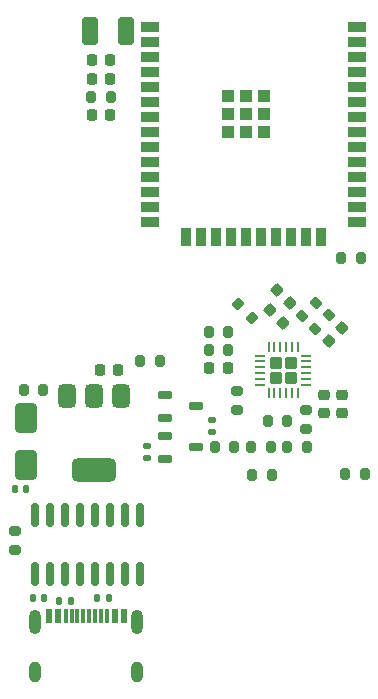
<source format=gbr>
%TF.GenerationSoftware,KiCad,Pcbnew,8.0.3*%
%TF.CreationDate,2024-11-02T12:13:14+01:00*%
%TF.ProjectId,ESP-Now-Gateway,4553502d-4e6f-4772-9d47-617465776179,rev?*%
%TF.SameCoordinates,Original*%
%TF.FileFunction,Paste,Top*%
%TF.FilePolarity,Positive*%
%FSLAX46Y46*%
G04 Gerber Fmt 4.6, Leading zero omitted, Abs format (unit mm)*
G04 Created by KiCad (PCBNEW 8.0.3) date 2024-11-02 12:13:14*
%MOMM*%
%LPD*%
G01*
G04 APERTURE LIST*
G04 Aperture macros list*
%AMRoundRect*
0 Rectangle with rounded corners*
0 $1 Rounding radius*
0 $2 $3 $4 $5 $6 $7 $8 $9 X,Y pos of 4 corners*
0 Add a 4 corners polygon primitive as box body*
4,1,4,$2,$3,$4,$5,$6,$7,$8,$9,$2,$3,0*
0 Add four circle primitives for the rounded corners*
1,1,$1+$1,$2,$3*
1,1,$1+$1,$4,$5*
1,1,$1+$1,$6,$7*
1,1,$1+$1,$8,$9*
0 Add four rect primitives between the rounded corners*
20,1,$1+$1,$2,$3,$4,$5,0*
20,1,$1+$1,$4,$5,$6,$7,0*
20,1,$1+$1,$6,$7,$8,$9,0*
20,1,$1+$1,$8,$9,$2,$3,0*%
G04 Aperture macros list end*
%ADD10RoundRect,0.200000X0.275000X-0.200000X0.275000X0.200000X-0.275000X0.200000X-0.275000X-0.200000X0*%
%ADD11RoundRect,0.200000X0.200000X0.275000X-0.200000X0.275000X-0.200000X-0.275000X0.200000X-0.275000X0*%
%ADD12O,1.000000X2.100000*%
%ADD13O,1.000000X1.800000*%
%ADD14R,0.600000X1.150000*%
%ADD15R,0.300000X1.150000*%
%ADD16R,1.500000X0.900000*%
%ADD17R,0.900000X1.500000*%
%ADD18R,1.050000X1.050000*%
%ADD19RoundRect,0.250000X0.275000X0.275000X-0.275000X0.275000X-0.275000X-0.275000X0.275000X-0.275000X0*%
%ADD20RoundRect,0.062500X0.350000X0.062500X-0.350000X0.062500X-0.350000X-0.062500X0.350000X-0.062500X0*%
%ADD21RoundRect,0.062500X0.062500X0.350000X-0.062500X0.350000X-0.062500X-0.350000X0.062500X-0.350000X0*%
%ADD22RoundRect,0.200000X-0.200000X-0.275000X0.200000X-0.275000X0.200000X0.275000X-0.200000X0.275000X0*%
%ADD23RoundRect,0.200000X-0.275000X0.200000X-0.275000X-0.200000X0.275000X-0.200000X0.275000X0.200000X0*%
%ADD24RoundRect,0.200000X-0.053033X0.335876X-0.335876X0.053033X0.053033X-0.335876X0.335876X-0.053033X0*%
%ADD25RoundRect,0.250000X0.412500X0.925000X-0.412500X0.925000X-0.412500X-0.925000X0.412500X-0.925000X0*%
%ADD26RoundRect,0.140000X-0.140000X-0.170000X0.140000X-0.170000X0.140000X0.170000X-0.140000X0.170000X0*%
%ADD27RoundRect,0.225000X-0.225000X-0.250000X0.225000X-0.250000X0.225000X0.250000X-0.225000X0.250000X0*%
%ADD28RoundRect,0.225000X-0.250000X0.225000X-0.250000X-0.225000X0.250000X-0.225000X0.250000X0.225000X0*%
%ADD29RoundRect,0.225000X-0.335876X-0.017678X-0.017678X-0.335876X0.335876X0.017678X0.017678X0.335876X0*%
%ADD30RoundRect,0.135000X0.185000X-0.135000X0.185000X0.135000X-0.185000X0.135000X-0.185000X-0.135000X0*%
%ADD31RoundRect,0.162500X-0.447500X-0.162500X0.447500X-0.162500X0.447500X0.162500X-0.447500X0.162500X0*%
%ADD32RoundRect,0.135000X-0.135000X-0.185000X0.135000X-0.185000X0.135000X0.185000X-0.135000X0.185000X0*%
%ADD33RoundRect,0.140000X0.140000X0.170000X-0.140000X0.170000X-0.140000X-0.170000X0.140000X-0.170000X0*%
%ADD34RoundRect,0.135000X0.135000X0.185000X-0.135000X0.185000X-0.135000X-0.185000X0.135000X-0.185000X0*%
%ADD35RoundRect,0.225000X0.225000X0.250000X-0.225000X0.250000X-0.225000X-0.250000X0.225000X-0.250000X0*%
%ADD36RoundRect,0.150000X0.150000X-0.825000X0.150000X0.825000X-0.150000X0.825000X-0.150000X-0.825000X0*%
%ADD37RoundRect,0.250000X-0.650000X1.000000X-0.650000X-1.000000X0.650000X-1.000000X0.650000X1.000000X0*%
%ADD38RoundRect,0.200000X-0.335876X-0.053033X-0.053033X-0.335876X0.335876X0.053033X0.053033X0.335876X0*%
%ADD39RoundRect,0.225000X0.017678X-0.335876X0.335876X-0.017678X-0.017678X0.335876X-0.335876X0.017678X0*%
%ADD40RoundRect,0.375000X-0.375000X0.625000X-0.375000X-0.625000X0.375000X-0.625000X0.375000X0.625000X0*%
%ADD41RoundRect,0.500000X-1.400000X0.500000X-1.400000X-0.500000X1.400000X-0.500000X1.400000X0.500000X0*%
G04 APERTURE END LIST*
D10*
%TO.C,R20*%
X103250000Y-110475000D03*
X103250000Y-108825000D03*
%TD*%
D11*
%TO.C,R19*%
X115525000Y-94450000D03*
X113875000Y-94450000D03*
%TD*%
D12*
%TO.C,USBC1*%
X105000000Y-116592500D03*
D13*
X105000000Y-120772500D03*
X113640000Y-120772500D03*
D12*
X113640000Y-116592500D03*
D14*
X106120000Y-116032500D03*
X106920000Y-116032500D03*
D15*
X108070000Y-116032500D03*
X109070000Y-116032500D03*
X109570000Y-116032500D03*
X110570000Y-116032500D03*
D14*
X112520000Y-116032500D03*
X111720000Y-116032500D03*
D15*
X111070000Y-116032500D03*
X110070000Y-116032500D03*
X108570000Y-116032500D03*
X107570000Y-116032500D03*
%TD*%
D16*
%TO.C,U2*%
X114750000Y-66195000D03*
X114750000Y-67465000D03*
X114750000Y-68735000D03*
X114750000Y-70005000D03*
X114750000Y-71275000D03*
X114750000Y-72545000D03*
X114750000Y-73815000D03*
X114750000Y-75085000D03*
X114750000Y-76355000D03*
X114750000Y-77625000D03*
X114750000Y-78895000D03*
X114750000Y-80165000D03*
X114750000Y-81435000D03*
X114750000Y-82705000D03*
D17*
X117790000Y-83955000D03*
X119060000Y-83955000D03*
X120330000Y-83955000D03*
X121600000Y-83955000D03*
X122870000Y-83955000D03*
X124140000Y-83955000D03*
X125410000Y-83955000D03*
X126680000Y-83955000D03*
X127950000Y-83955000D03*
X129220000Y-83955000D03*
D16*
X132250000Y-82705000D03*
X132250000Y-81435000D03*
X132250000Y-80165000D03*
X132250000Y-78895000D03*
X132250000Y-77625000D03*
X132250000Y-76355000D03*
X132250000Y-75085000D03*
X132250000Y-73815000D03*
X132250000Y-72545000D03*
X132250000Y-71275000D03*
X132250000Y-70005000D03*
X132250000Y-68735000D03*
X132250000Y-67465000D03*
X132250000Y-66195000D03*
D18*
X121295000Y-72010000D03*
X121295000Y-73535000D03*
X121295000Y-75060000D03*
X122820000Y-72010000D03*
X122820000Y-73535000D03*
X122820000Y-75060000D03*
X124345000Y-72010000D03*
X124345000Y-73535000D03*
X124345000Y-75060000D03*
%TD*%
D19*
%TO.C,U3*%
X126650000Y-95900000D03*
X126650000Y-94600000D03*
X125350000Y-95900000D03*
X125350000Y-94600000D03*
D20*
X127937500Y-96500000D03*
X127937500Y-96000000D03*
X127937500Y-95500000D03*
X127937500Y-95000000D03*
X127937500Y-94500000D03*
X127937500Y-94000000D03*
D21*
X127250000Y-93312500D03*
X126750000Y-93312500D03*
X126250000Y-93312500D03*
X125750000Y-93312500D03*
X125250000Y-93312500D03*
X124750000Y-93312500D03*
D20*
X124062500Y-94000000D03*
X124062500Y-94500000D03*
X124062500Y-95000000D03*
X124062500Y-95500000D03*
X124062500Y-96000000D03*
X124062500Y-96500000D03*
D21*
X124750000Y-97187500D03*
X125250000Y-97187500D03*
X125750000Y-97187500D03*
X126250000Y-97187500D03*
X126750000Y-97187500D03*
X127250000Y-97187500D03*
%TD*%
D22*
%TO.C,R14*%
X131225000Y-104000000D03*
X132875000Y-104000000D03*
%TD*%
D10*
%TO.C,L1*%
X122100000Y-98625000D03*
X122100000Y-96975000D03*
%TD*%
D23*
%TO.C,R11*%
X127950000Y-98575000D03*
X127950000Y-100225000D03*
%TD*%
D24*
%TO.C,R9*%
X129883363Y-90566637D03*
X128716637Y-91733363D03*
%TD*%
D25*
%TO.C,C4*%
X112687500Y-66500000D03*
X109612500Y-66500000D03*
%TD*%
D26*
%TO.C,C5*%
X103250000Y-105290000D03*
X104210000Y-105290000D03*
%TD*%
D27*
%TO.C,C2*%
X110475000Y-95250000D03*
X112025000Y-95250000D03*
%TD*%
D28*
%TO.C,C8*%
X131000000Y-97325000D03*
X131000000Y-98875000D03*
%TD*%
D29*
%TO.C,C7*%
X124901992Y-90151992D03*
X125998008Y-91248008D03*
%TD*%
D11*
%TO.C,R6*%
X132575000Y-85750000D03*
X130925000Y-85750000D03*
%TD*%
D22*
%TO.C,R3*%
X123350000Y-104075000D03*
X125000000Y-104075000D03*
%TD*%
D11*
%TO.C,R5*%
X120175000Y-101750000D03*
X121825000Y-101750000D03*
%TD*%
D27*
%TO.C,C14*%
X109775000Y-73650000D03*
X111325000Y-73650000D03*
%TD*%
D30*
%TO.C,R15*%
X120000000Y-99490000D03*
X120000000Y-100510000D03*
%TD*%
D27*
%TO.C,C12*%
X109775000Y-70550000D03*
X111325000Y-70550000D03*
%TD*%
D31*
%TO.C,Q2*%
X115980000Y-100820000D03*
X115980000Y-102720000D03*
X118600000Y-101770000D03*
%TD*%
D32*
%TO.C,R18*%
X110240000Y-114500000D03*
X111260000Y-114500000D03*
%TD*%
D24*
%TO.C,R8*%
X128783363Y-89516637D03*
X127616637Y-90683363D03*
%TD*%
D33*
%TO.C,C13*%
X105730000Y-114500000D03*
X104770000Y-114500000D03*
%TD*%
D34*
%TO.C,R17*%
X108010000Y-114750000D03*
X106990000Y-114750000D03*
%TD*%
D30*
%TO.C,R16*%
X114500000Y-102710000D03*
X114500000Y-101690000D03*
%TD*%
D35*
%TO.C,C3*%
X111325000Y-69000000D03*
X109775000Y-69000000D03*
%TD*%
D11*
%TO.C,C1*%
X105655000Y-96920000D03*
X104005000Y-96920000D03*
%TD*%
D36*
%TO.C,U4*%
X104955000Y-112475000D03*
X106225000Y-112475000D03*
X107495000Y-112475000D03*
X108765000Y-112475000D03*
X110035000Y-112475000D03*
X111305000Y-112475000D03*
X112575000Y-112475000D03*
X113845000Y-112475000D03*
X113845000Y-107525000D03*
X112575000Y-107525000D03*
X111305000Y-107525000D03*
X110035000Y-107525000D03*
X108765000Y-107525000D03*
X107495000Y-107525000D03*
X106225000Y-107525000D03*
X104955000Y-107525000D03*
%TD*%
D29*
%TO.C,C6*%
X125451992Y-88451992D03*
X126548008Y-89548008D03*
%TD*%
D37*
%TO.C,D1*%
X104250000Y-99250000D03*
X104250000Y-103250000D03*
%TD*%
D11*
%TO.C,R7*%
X111375000Y-72100000D03*
X109725000Y-72100000D03*
%TD*%
D38*
%TO.C,R10*%
X122166637Y-89666637D03*
X123333363Y-90833363D03*
%TD*%
D11*
%TO.C,R1*%
X126350000Y-99550000D03*
X124700000Y-99550000D03*
%TD*%
D22*
%TO.C,R2*%
X123275000Y-101750000D03*
X124925000Y-101750000D03*
%TD*%
D28*
%TO.C,C10*%
X129450000Y-97325000D03*
X129450000Y-98875000D03*
%TD*%
D11*
%TO.C,R4*%
X127975000Y-101750000D03*
X126325000Y-101750000D03*
%TD*%
D31*
%TO.C,Q1*%
X115990000Y-97350000D03*
X115990000Y-99250000D03*
X118610000Y-98300000D03*
%TD*%
D11*
%TO.C,R13*%
X121325000Y-92000000D03*
X119675000Y-92000000D03*
%TD*%
D39*
%TO.C,C9*%
X129851992Y-92798008D03*
X130948008Y-91701992D03*
%TD*%
D40*
%TO.C,U1*%
X112260000Y-97420000D03*
X109960000Y-97420000D03*
D41*
X109960000Y-103720000D03*
D40*
X107660000Y-97420000D03*
%TD*%
D22*
%TO.C,R12*%
X119675000Y-93525000D03*
X121325000Y-93525000D03*
%TD*%
D35*
%TO.C,C11*%
X121275000Y-95050000D03*
X119725000Y-95050000D03*
%TD*%
M02*

</source>
